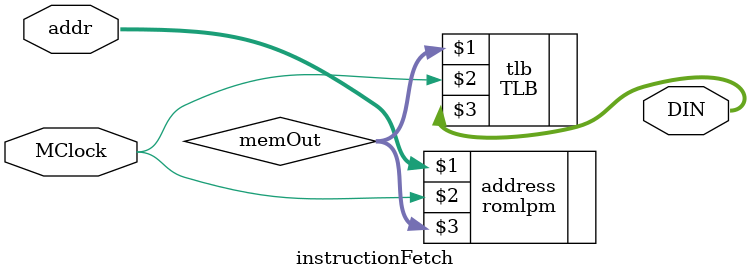
<source format=v>
module instructionFetch(addr, MClock, DIN);

	input [5:0] addr;
	input MClock;
	output [15:0] DIN;
	
	wire [5:0] memOut;
		
	romlpm address(addr, MClock, memOut);  	// Gera uma pagina virtual, tera que passar uma TLB	
	TLB tlb(memOut, MClock, DIN);					// Endereco pagina fisica = tlbOut
	
endmodule
</source>
